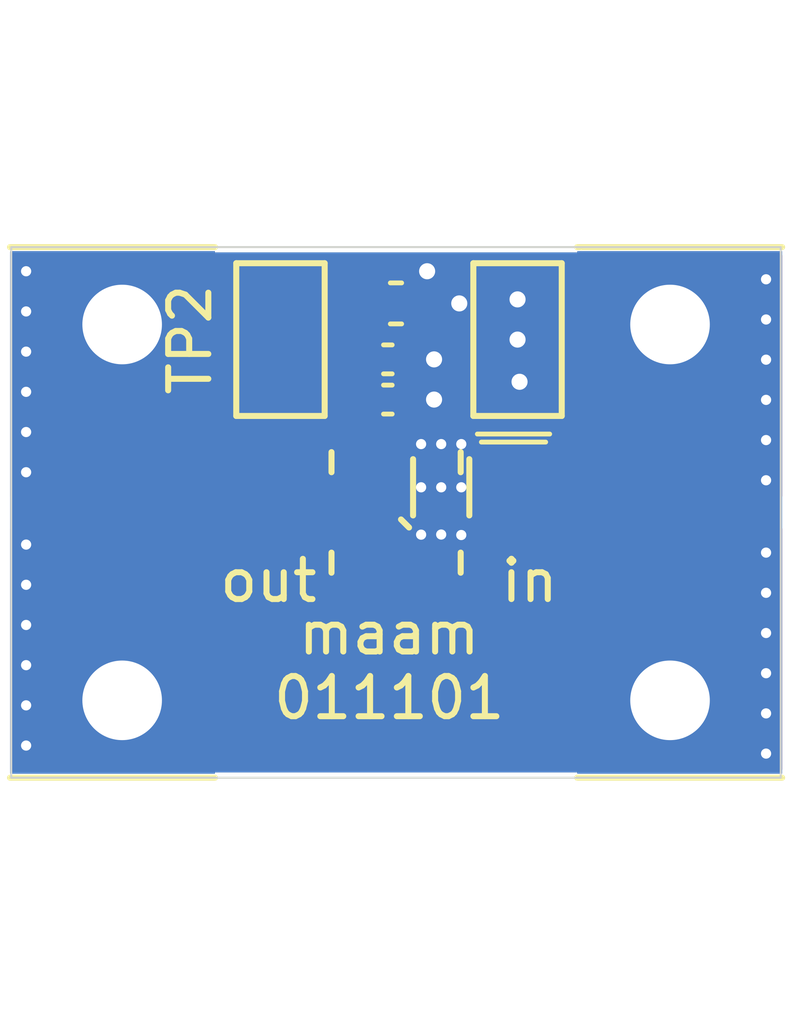
<source format=kicad_pcb>
(kicad_pcb (version 20210108) (generator pcbnew)
  (layers (0 "F.Cu" signal) (1 "In1.Cu" signal) (2 "In2.Cu" signal) (31 "B.Cu" signal) (34 "B.Paste" user) (35 "F.Paste" user) (36 "B.SilkS" user "B.Silkscreen") (37 "F.SilkS" user "F.Silkscreen") (38 "B.Mask" user) (39 "F.Mask" user) (44 "Edge.Cuts" user))
  (net 0 "")
  (net 1 "GND")
  (net 2 "Net-(C1-Pad1)")
  (net 3 "Net-(C2-Pad1)")
  (net 4 "Net-(J1-Pad1)")
  (net 5 "Net-(J2-Pad1)")
  (footprint "TestPoint:TestPoint_Keystone_5015_Micro-Minature" (layer "F.Cu") (at 114.7 110 90)
    (fp_text reference "TP1" hide)
    (fp_text value "TestPoint")
    (fp_line (start -1.9 1.1) (end -1.9 -1.1) (layer "F.SilkS") (width 0.15))
    (fp_line (start -1.9 -1.1) (end 1.9 -1.1) (layer "F.SilkS") (width 0.15))
    (fp_line (start 1.9 -1.1) (end 1.9 1.1) (layer "F.SilkS") (width 0.15))
    (fp_line (start 1.9 1.1) (end -1.9 1.1) (layer "F.SilkS") (width 0.15))
    (pad "1" smd rect (at 0 0 90) (size 3.4 1.8) (layers "F.Cu" "F.Paste" "F.Mask") (net 1 "GND"))
  )
  (footprint "jtk_rf_footprints:TDFN6" (layer "F.Cu") (at 112.8 113.675 90)
    (fp_text reference "U1" hide)
    (fp_text value "MAAM-011101")
    (fp_line (start -0.8 -1) (end -1 -0.8) (layer "F.SilkS") (width 0.15))
    (fp_line (start -0.7 0.7) (end 0.7 0.7) (layer "F.SilkS") (width 0.15))
    (fp_line (start -0.7 -0.7) (end 0.7 -0.7) (layer "F.SilkS") (width 0.15))
    (pad "1" smd rect (at -0.63 -0.4 90) (size 0.35 0.2) (layers "F.Cu" "F.Paste" "F.Mask") (net 3 "Net-(C2-Pad1)"))
    (pad "2" smd rect (at -0.63 0 90) (size 0.35 0.2) (layers "F.Cu" "F.Paste" "F.Mask") (net 1 "GND"))
    (pad "3" smd rect (at -0.63 0.4 90) (size 0.35 0.2) (layers "F.Cu" "F.Paste" "F.Mask") (net 5 "Net-(J2-Pad1)"))
    (pad "4" smd rect (at 0.63 0.4 90) (size 0.35 0.2) (layers "F.Cu" "F.Paste" "F.Mask") (net 1 "GND"))
    (pad "5" smd rect (at 0.63 0 90) (size 0.35 0.2) (layers "F.Cu" "F.Paste" "F.Mask") (net 1 "GND"))
    (pad "6" smd rect (at 0.63 -0.4 90) (size 0.35 0.2) (layers "F.Cu" "F.Paste" "F.Mask") (net 1 "GND"))
    (pad "7" smd rect (at 0 0 90) (size 0.5 0.85) (layers "F.Cu" "F.Paste" "F.Mask") (net 1 "GND"))
  )
  (footprint "jtk_rf_footprints:sw_edge_oshpark_4layer" (layer "F.Cu") (at 102.07 114.3 90)
    (fp_text reference "J1" hide)
    (fp_text value "Conn_Coaxial")
    (fp_line (start -6.6 5) (end -6.6 5.1) (layer "F.SilkS") (width 0.15))
    (fp_line (start 1 8) (end 1.5 8) (layer "F.SilkS") (width 0.15))
    (fp_line (start 6.6 0) (end 6.6 5.1) (layer "F.SilkS") (width 0.15))
    (fp_line (start -6.6 0) (end -6.6 5) (layer "F.SilkS") (width 0.15))
    (fp_line (start -1 8) (end -1.5 8) (layer "F.SilkS") (width 0.15))
    (pad "1" smd rect (at 0 3.04 90) (size 0.41 4.08) (layers "F.Cu") (net 4 "Net-(J1-Pad1)"))
    (pad "1" smd trapezoid (at 0 0.55 90) (size 0.3 0.95) (rect_delta 0 0.11) (layers "F.Cu" "F.Mask") (net 4 "Net-(J1-Pad1)"))
    (pad "2" thru_hole circle (at 5 0.4 90) (size 0.5 0.5) (drill 0.254) (layers *.Cu *.Mask) (net 1 "GND"))
    (pad "2" thru_hole circle (at 2 0.4 90) (size 0.5 0.5) (drill 0.254) (layers *.Cu *.Mask) (net 1 "GND"))
    (pad "2" smd trapezoid (at 3.4 0.7 90) (size 5.8 0.2) (rect_delta 0 -0.2) (layers "F.Cu" "F.Mask") (net 1 "GND"))
    (pad "2" thru_hole circle (at -0.8 0.4 90) (size 0.5 0.5) (drill 0.254) (layers *.Cu *.Mask) (net 1 "GND"))
    (pad "2" smd rect (at 3.4 0.3 270) (size 6 0.6) (layers "F.Cu" "F.Mask") (net 1 "GND"))
    (pad "2" smd rect (at 4.775 2.85 270) (size 3.25 4.5) (layers "F.Cu" "F.Mask") (net 1 "GND"))
    (pad "2" thru_hole circle (at -5.8 0.4 90) (size 0.5 0.5) (drill 0.254) (layers *.Cu *.Mask) (net 1 "GND"))
    (pad "2" thru_hole circle (at -4.8 0.4 90) (size 0.5 0.5) (drill 0.254) (layers *.Cu *.Mask) (net 1 "GND"))
    (pad "2" thru_hole circle (at -3.8 0.4 90) (size 0.5 0.5) (drill 0.254) (layers *.Cu *.Mask) (net 1 "GND"))
    (pad "2" thru_hole circle (at 3 0.4 90) (size 0.5 0.5) (drill 0.254) (layers *.Cu *.Mask) (net 1 "GND"))
    (pad "2" thru_hole circle (at 6 0.4 90) (size 0.5 0.5) (drill 0.254) (layers *.Cu *.Mask) (net 1 "GND"))
    (pad "2" thru_hole circle (at -1.8 0.4 90) (size 0.5 0.5) (drill 0.254) (layers *.Cu *.Mask) (net 1 "GND"))
    (pad "2" thru_hole circle (at 4.675 2.79 90) (size 3 3) (drill 1.98) (layers *.Cu *.Mask) (net 1 "GND"))
    (pad "2" smd trapezoid (at -3.4 0.7 90) (size 5.8 0.2) (rect_delta 0 -0.2) (layers "F.Cu" "F.Mask") (net 1 "GND"))
    (pad "2" thru_hole circle (at -2.8 0.4 90) (size 0.5 0.5) (drill 0.254) (layers *.Cu *.Mask) (net 1 "GND"))
    (pad "2" smd rect (at 0 2.55 270) (size 13 5.1) (layers "B.Cu" "B.Mask") (net 1 "GND"))
    (pad "2" thru_hole circle (at 4 0.4 90) (size 0.5 0.5) (drill 0.254) (layers *.Cu *.Mask) (net 1 "GND"))
    (pad "2" thru_hole circle (at -4.675 2.79 90) (size 3 3) (drill 1.98) (layers *.Cu *.Mask) (net 1 "GND"))
    (pad "2" smd rect (at -4.775 2.85 270) (size 3.25 4.5) (layers "F.Cu" "F.Mask") (net 1 "GND"))
    (pad "2" smd rect (at -3.4 0.3 270) (size 6 0.6) (layers "F.Cu" "F.Mask") (net 1 "GND"))
    (pad "2" thru_hole circle (at 1 0.4 90) (size 0.5 0.5) (drill 0.254) (layers *.Cu *.Mask) (net 1 "GND"))
  )
  (footprint "Capacitor_SMD:C_0603_1608Metric" (layer "F.Cu") (at 111.675 109.1)
    (fp_text reference "C4" hide)
    (fp_text value "10 uF")
    (fp_line (start -0.14058 -0.51) (end 0.14058 -0.51) (layer "F.SilkS") (width 0.12))
    (fp_line (start -0.14058 0.51) (end 0.14058 0.51) (layer "F.SilkS") (width 0.12))
    (pad "1" smd roundrect (at -0.775 0) (size 0.9 0.95) (layers "F.Cu" "F.Paste" "F.Mask") (net 2 "Net-(C1-Pad1)"))
    (pad "2" smd roundrect (at 0.775 0) (size 0.9 0.95) (layers "F.Cu" "F.Paste" "F.Mask") (net 1 "GND"))
  )
  (footprint "Capacitor_SMD:C_0201_0603Metric" (layer "F.Cu") (at 110.255 114.3 180)
    (fp_text reference "C2" hide)
    (fp_text value "100 pF")
    (pad "1" smd roundrect (at -0.32 0 180) (size 0.46 0.4) (layers "F.Cu" "F.Mask") (net 3 "Net-(C2-Pad1)"))
    (pad "2" smd roundrect (at 0.32 0 180) (size 0.46 0.4) (layers "F.Cu" "F.Mask"))
  )
  (footprint "Capacitor_SMD:C_0402_1005Metric" (layer "F.Cu") (at 111.4725 111.4925)
    (fp_text reference "C1" hide)
    (fp_text value "100 pF")
    (fp_line (start -0.107836 -0.36) (end 0.107836 -0.36) (layer "F.SilkS") (width 0.12))
    (fp_line (start -0.107836 0.36) (end 0.107836 0.36) (layer "F.SilkS") (width 0.12))
    (pad "1" smd roundrect (at -0.48 0) (size 0.56 0.62) (layers "F.Cu" "F.Paste" "F.Mask") (net 2 "Net-(C1-Pad1)"))
    (pad "2" smd roundrect (at 0.48 0) (size 0.56 0.62) (layers "F.Cu" "F.Paste" "F.Mask") (net 1 "GND"))
  )
  (footprint "TestPoint:TestPoint_Keystone_5015_Micro-Minature" (layer "F.Cu") (at 108.8 110 90)
    (fp_text reference "TP2" (at 0 -2.25 90) (layer "F.SilkS"))
    (fp_text value "TestPoint")
    (fp_line (start -1.9 -1.1) (end 1.9 -1.1) (layer "F.SilkS") (width 0.15))
    (fp_line (start 1.9 -1.1) (end 1.9 1.1) (layer "F.SilkS") (width 0.15))
    (fp_line (start 1.9 1.1) (end -1.9 1.1) (layer "F.SilkS") (width 0.15))
    (fp_line (start -1.9 1.1) (end -1.9 -1.1) (layer "F.SilkS") (width 0.15))
    (pad "1" smd rect (at 0 0 90) (size 3.4 1.8) (layers "F.Cu" "F.Paste" "F.Mask") (net 2 "Net-(C1-Pad1)"))
  )
  (footprint "Inductor_SMD:L_0402_1005Metric" (layer "F.Cu") (at 111.4 113.815 -90)
    (fp_text reference "L1" hide)
    (fp_text value "BLM15GG471")
    (pad "1" smd roundrect (at -0.485 0 270) (size 0.59 0.64) (layers "F.Cu" "F.Paste" "F.Mask") (net 2 "Net-(C1-Pad1)"))
    (pad "2" smd roundrect (at 0.485 0 270) (size 0.59 0.64) (layers "F.Cu" "F.Paste" "F.Mask") (net 3 "Net-(C2-Pad1)"))
  )
  (footprint "Capacitor_SMD:C_0402_1005Metric" (layer "F.Cu") (at 111.4725 110.4925)
    (fp_text reference "C3" hide)
    (fp_text value "100 nF")
    (fp_line (start -0.107836 0.36) (end 0.107836 0.36) (layer "F.SilkS") (width 0.12))
    (fp_line (start -0.107836 -0.36) (end 0.107836 -0.36) (layer "F.SilkS") (width 0.12))
    (pad "1" smd roundrect (at -0.48 0) (size 0.56 0.62) (layers "F.Cu" "F.Paste" "F.Mask") (net 2 "Net-(C1-Pad1)"))
    (pad "2" smd roundrect (at 0.48 0) (size 0.56 0.62) (layers "F.Cu" "F.Paste" "F.Mask") (net 1 "GND"))
  )
  (footprint "jtk_rf_footprints:sw_edge_oshpark_4layer" (layer "F.Cu") (at 121.285001 114.3 -90)
    (fp_text reference "J2" hide)
    (fp_text value "Conn_Coaxial")
    (fp_line (start -6.6 0) (end -6.6 5) (layer "F.SilkS") (width 0.15))
    (fp_line (start 6.6 0) (end 6.6 5.1) (layer "F.SilkS") (width 0.15))
    (fp_line (start 1 8) (end 1.5 8) (layer "F.SilkS") (width 0.15))
    (fp_line (start -6.6 5) (end -6.6 5.1) (layer "F.SilkS") (width 0.15))
    (fp_line (start -1 8) (end -1.5 8) (layer "F.SilkS") (width 0.15))
    (pad "1" smd rect (at 0 3.04 270) (size 0.41 4.08) (layers "F.Cu") (net 5 "Net-(J2-Pad1)"))
    (pad "1" smd trapezoid (at 0 0.55 270) (size 0.3 0.95) (rect_delta 0 0.11) (layers "F.Cu" "F.Mask") (net 5 "Net-(J2-Pad1)"))
    (pad "2" thru_hole circle (at -2.8 0.4 270) (size 0.5 0.5) (drill 0.254) (layers *.Cu *.Mask) (net 1 "GND"))
    (pad "2" smd rect (at 0 2.55 90) (size 13 5.1) (layers "B.Cu" "B.Mask") (net 1 "GND"))
    (pad "2" thru_hole circle (at -4.675 2.79 270) (size 3 3) (drill 1.98) (layers *.Cu *.Mask) (net 1 "GND"))
    (pad "2" thru_hole circle (at -1.8 0.4 270) (size 0.5 0.5) (drill 0.254) (layers *.Cu *.Mask) (net 1 "GND"))
    (pad "2" thru_hole circle (at 4 0.4 270) (size 0.5 0.5) (drill 0.254) (layers *.Cu *.Mask) (net 1 "GND"))
    (pad "2" thru_hole circle (at 4.675 2.79 270) (size 3 3) (drill 1.98) (layers *.Cu *.Mask) (net 1 "GND"))
    (pad "2" smd rect (at 3.4 0.3 90) (size 6 0.6) (layers "F.Cu" "F.Mask") (net 1 "GND"))
    (pad "2" thru_hole circle (at -0.8 0.4 270) (size 0.5 0.5) (drill 0.254) (layers *.Cu *.Mask) (net 1 "GND"))
    (pad "2" thru_hole circle (at 6 0.4 270) (size 0.5 0.5) (drill 0.254) (layers *.Cu *.Mask) (net 1 "GND"))
    (pad "2" thru_hole circle (at 2 0.4 270) (size 0.5 0.5) (drill 0.254) (layers *.Cu *.Mask) (net 1 "GND"))
    (pad "2" smd rect (at -4.775 2.85 90) (size 3.25 4.5) (layers "F.Cu" "F.Mask") (net 1 "GND"))
    (pad "2" thru_hole circle (at -4.8 0.4 270) (size 0.5 0.5) (drill 0.254) (layers *.Cu *.Mask) (net 1 "GND"))
    (pad "2" thru_hole circle (at 1 0.4 270) (size 0.5 0.5) (drill 0.254) (layers *.Cu *.Mask) (net 1 "GND"))
    (pad "2" smd rect (at -3.4 0.3 90) (size 6 0.6) (layers "F.Cu" "F.Mask") (net 1 "GND"))
    (pad "2" thru_hole circle (at -5.8 0.4 270) (size 0.5 0.5) (drill 0.254) (layers *.Cu *.Mask) (net 1 "GND"))
    (pad "2" smd trapezoid (at -3.4 0.7 270) (size 5.8 0.2) (rect_delta 0 -0.2) (layers "F.Cu" "F.Mask") (net 1 "GND"))
    (pad "2" smd trapezoid (at 3.4 0.7 270) (size 5.8 0.2) (rect_delta 0 -0.2) (layers "F.Cu" "F.Mask") (net 1 "GND"))
    (pad "2" thru_hole circle (at 3 0.4 270) (size 0.5 0.5) (drill 0.254) (layers *.Cu *.Mask) (net 1 "GND"))
    (pad "2" smd rect (at 4.775 2.85 90) (size 3.25 4.5) (layers "F.Cu" "F.Mask") (net 1 "GND"))
    (pad "2" thru_hole circle (at -3.8 0.4 270) (size 0.5 0.5) (drill 0.254) (layers *.Cu *.Mask) (net 1 "GND"))
    (pad "2" thru_hole circle (at 5 0.4 270) (size 0.5 0.5) (drill 0.254) (layers *.Cu *.Mask) (net 1 "GND"))
  )
  (gr_line (start 113.8 112.55) (end 115.4 112.55) (layer "F.SilkS") (width 0.12))
  (gr_line (start 113.7 112.35) (end 115.5 112.35) (layer "F.SilkS") (width 0.12))
  (gr_rect (start 102.1 107.7) (end 121.25 120.9) (layer "Edge.Cuts") (width 0.05) (fill none))
  (gr_text "maam\n011101" (at 111.506 118.11) (layer "F.SilkS") (effects (font (size 1 1))))
  (gr_text "out" (at 108.5 116) (layer "F.SilkS") (effects (font (size 1 1))))
  (gr_text "in" (at 115 116) (layer "F.SilkS") (effects (font (size 1 1))))
  (segment (start 111.9525 110.4925) (end 112.6225 110.4925) (width 0.5) (layer "F.Cu") (net 1))
  (segment (start 114.7 110) (end 114.7 109) (width 0.5) (layer "F.Cu") (net 1))
  (segment (start 114.2075 110.4925) (end 114.7 110) (width 0.5) (layer "F.Cu") (net 1))
  (segment (start 112.0725 111.4925) (end 112.6225 111.4925) (width 0.5) (layer "F.Cu") (net 1))
  (segment (start 114.7 111) (end 114.75 111.05) (width 0.5) (layer "F.Cu") (net 1))
  (segment (start 114.7 110) (end 114.7 111) (width 0.5) (layer "F.Cu") (net 1))
  (segment (start 111.9525 111.4925) (end 112.0725 111.4925) (width 0.5) (layer "F.Cu") (net 1))
  (segment (start 112.45 109.1) (end 113.25 109.1) (width 0.5) (layer "F.Cu") (net 1))
  (segment (start 112.45 109.1) (end 112.45 108.3) (width 0.5) (layer "F.Cu") (net 1))
  (via (at 112.3 112.6) (size 0.48) (drill 0.254) (layers "F.Cu" "B.Cu") (net 1))
  (via (at 113.3 112.6) (size 0.48) (drill 0.254) (layers "F.Cu" "B.Cu") (net 1))
  (via (at 112.3 113.675) (size 0.48) (drill 0.254) (layers "F.Cu" "B.Cu") (net 1))
  (via (at 113.299455 114.86201) (size 0.48) (drill 0.254) (layers "F.Cu" "B.Cu") (net 1))
  (via (at 114.7 110) (size 0.8) (drill 0.4) (layers "F.Cu" "B.Cu") (net 1))
  (via (at 112.8 114.85) (size 0.48) (drill 0.254) (layers "F.Cu" "B.Cu") (net 1))
  (via (at 112.8 112.6) (size 0.48) (drill 0.254) (layers "F.Cu" "B.Cu") (net 1))
  (via (at 113.3 113.675) (size 0.48) (drill 0.254) (layers "F.Cu" "B.Cu") (net 1))
  (via (at 112.6225 110.4925) (size 0.8) (drill 0.4) (layers "F.Cu" "B.Cu") (net 1))
  (via (at 112.45 108.3) (size 0.8) (drill 0.4) (layers "F.Cu" "B.Cu") (net 1))
  (via (at 113.25 109.1) (size 0.8) (drill 0.4) (layers "F.Cu" "B.Cu") (net 1))
  (via (at 114.7 109) (size 0.8) (drill 0.4) (layers "F.Cu" "B.Cu") (net 1))
  (via (at 112.8 113.675) (size 0.48) (drill 0.254) (layers "F.Cu" "B.Cu") (net 1))
  (via (at 112.300536 114.852946) (size 0.48) (drill 0.254) (layers "F.Cu" "B.Cu") (net 1))
  (via (at 112.6225 111.4925) (size 0.8) (drill 0.4) (layers "F.Cu" "B.Cu") (net 1))
  (via (at 114.75 111.05) (size 0.8) (drill 0.4) (layers "F.Cu" "B.Cu") (net 1))
  (segment (start 111 110) (end 111 110.485) (width 0.5) (layer "F.Cu") (net 2))
  (segment (start 109.2 109.1) (end 110.9 109.1) (width 0.5) (layer "F.Cu") (net 2))
  (segment (start 110.9925 112.1925) (end 110.9925 111.4925) (width 0.39) (layer "F.Cu") (net 2))
  (segment (start 111.4 113.33) (end 111.4 112.6) (width 0.39) (layer "F.Cu") (net 2))
  (segment (start 111 110.485) (end 110.9925 110.4925) (width 0.5) (layer "F.Cu") (net 2))
  (segment (start 108.8 110) (end 109.2 109.6) (width 0.5) (layer "F.Cu") (net 2))
  (segment (start 110.9925 111.4925) (end 110.9925 110.4925) (width 0.5) (layer "F.Cu") (net 2))
  (segment (start 110.9975 111.4975) (end 110.9925 111.4925) (width 0.5) (layer "F.Cu") (net 2))
  (segment (start 109.2 109.6) (end 109.2 109.1) (width 0.5) (layer "F.Cu") (net 2))
  (segment (start 110.9 109.1) (end 110.9 109.9) (width 0.5) (layer "F.Cu") (net 2))
  (segment (start 110.9 109.9) (end 111 110) (width 0.5) (layer "F.Cu") (net 2))
  (segment (start 111.4 112.6) (end 110.9925 112.1925) (width 0.39) (layer "F.Cu") (net 2))
  (segment (start 110.625 114.3) (end 112.25 114.3) (width 0.39) (layer "F.Cu") (net 3))
  (segment (start 105.62702 114.3) (end 109.9 114.3) (width 0.39) (layer "F.Cu") (net 4))
  (segment (start 118.245001 114.3) (end 113.3 114.3) (width 0.39) (layer "F.Cu") (net 5))
  (zone (net 1) (net_name "GND") (layer "F.Cu") (connect_pads yes (clearance 0.2)) (min_thickness 0.2) (fill yes (thermal_gap 0.508) (thermal_bridge_width 0.508))
    (polygon (pts (xy 113.55 115.05) (xy 112.05 115.05) (xy 112.05 112.35) (xy 113.55 112.35)))
  )
  (zone (net 1) (net_name "GND") (layers "In1.Cu" "B.Cu") (connect_pads yes (clearance 0.1308)) (min_thickness 0.254) (fill yes (thermal_gap 0.508) (thermal_bridge_width 0.508))
    (polygon (pts (xy 121.3 120.9) (xy 102 120.9) (xy 102 107.7) (xy 121.3 107.7)))
  )
)
</source>
